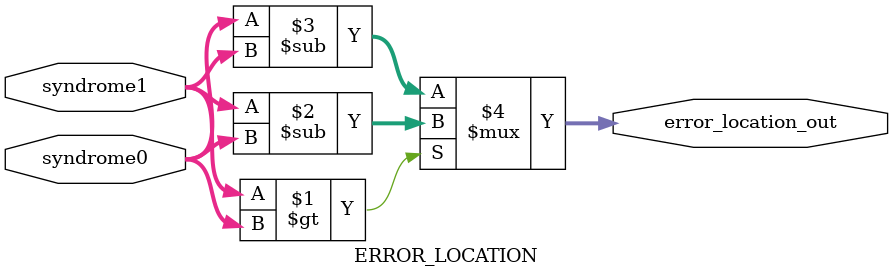
<source format=sv>
module ERROR_LOCATION(input [7:0] syndrome0,
                      input [7:0] syndrome1,
                      output [7:0] error_location_out);
  // Syndome0 : 8bit syndrome 0 input
  // syndrome1 : 8bit syndrome 1 input
  // error location out : syndrome1/syndrome0's absolute value=> 0~7 (CE cases)

   assign error_location_out = (syndrome1 > syndrome0) ? syndrome1-syndrome0 : syndrome0-syndrome1;

endmodule



</source>
